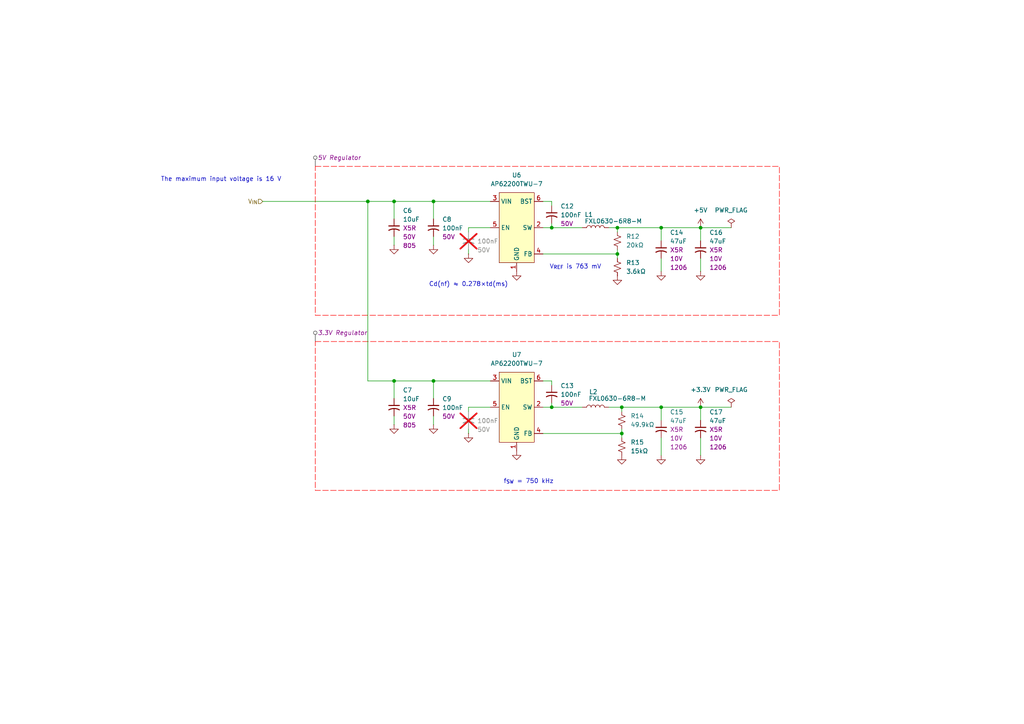
<source format=kicad_sch>
(kicad_sch (version 20250114) (generator "eeschema") (generator_version "9.0")
  (paper "A4")
  (title_block (rev "B"))
  (lib_symbols
    (symbol "!Capacitor-0603:100nF_X7R_50V" (pin_numbers (hide yes)) (pin_names (offset 0.254) (hide yes))
      (property "Reference" "C" (at 2.032 1.778 0))
      (property "Value" "100nF" (at 2.032 0 0))
      (property "Voltage" "50V" (at 2.032 -1.778 0))
      (symbol "100nF_X7R_50V_0_1"
        (polyline (pts (xy -1.524 0.508) (xy 1.524 0.508)) (stroke (width 0.3048)))
        (arc (start -1.524 -0.762) (mid 0 -0.3734) (end 1.524 -0.762) (stroke (width 0.3048)))
      )
      (symbol "100nF_X7R_50V_1_1"
        (pin passive line (at 0 2.54 270) (length 2.032) (name "~") (number "1"))
        (pin passive line (at 0 -2.54 90) (length 2.032) (name "~") (number "2"))
      )
    )
    (symbol "!Capacitor-0805:10uF_X5R_50V" (pin_numbers (hide yes)) (pin_names (offset 0.254) (hide yes))
      (property "Reference" "C" (at 2.032 1.778 0))
      (property "Value" "10uF" (at 0.254 -2.032 0))
      (property "Tempco" "X5R" (at 2.032 -1.778 0))
      (property "Voltage" "50V" (at 2.032 0 0))
      (property "Package" "805" (at 2.032 -3.556 0))
      (symbol "10uF_X5R_50V_0_1"
        (polyline (pts (xy -1.524 0.508) (xy 1.524 0.508)) (stroke (width 0.3048)))
        (arc (start -1.524 -0.762) (mid 0 -0.3734) (end 1.524 -0.762) (stroke (width 0.3048)))
      )
      (symbol "10uF_X5R_50V_1_1"
        (pin passive line (at 0 2.54 270) (length 2.032) (name "~") (number "1"))
        (pin passive line (at 0 -2.54 90) (length 2.032) (name "~") (number "2"))
      )
    )
    (symbol "!Capacitor-1206:47uF_X5R_10V" (pin_numbers (hide yes)) (pin_names (offset 0.254) (hide yes))
      (property "Reference" "C" (at 2.032 1.778 0))
      (property "Value" "47uF" (at 0.254 -2.032 0))
      (property "Tempco" "X5R" (at 2.032 -1.778 0))
      (property "Voltage" "10V" (at 2.032 0 0))
      (property "Package" "1206" (at 2.032 -3.556 0))
      (symbol "47uF_X5R_10V_0_1"
        (polyline (pts (xy -1.524 0.508) (xy 1.524 0.508)) (stroke (width 0.3048)))
        (arc (start -1.524 -0.762) (mid 0 -0.3734) (end 1.524 -0.762) (stroke (width 0.3048)))
      )
      (symbol "47uF_X5R_10V_1_1"
        (pin passive line (at 0 2.54 270) (length 2.032) (name "~") (number "1"))
        (pin passive line (at 0 -2.54 90) (length 2.032) (name "~") (number "2"))
      )
    )
    (symbol "!Inductor-Power:FXL0630-6R8-M" (pin_numbers (hide yes)) (pin_names (offset 1.016) (hide yes))
      (property "Reference" "L" (at -1.27 0 90))
      (property "Value" "FXL0630-6R8-M" (at 1.905 0 90))
      (symbol "FXL0630-6R8-M_0_1"
        (arc (start 0 2.54) (mid 0.6323 1.905) (end 0 1.27))
        (arc (start 0 1.27) (mid 0.6323 0.635) (end 0 0))
        (arc (start 0 0) (mid 0.6323 -0.635) (end 0 -1.27))
        (arc (start 0 -1.27) (mid 0.6323 -1.905) (end 0 -2.54))
      )
      (symbol "FXL0630-6R8-M_1_1"
        (pin passive line (at 0 3.81 270) (length 1.27) (name "1") (number "1"))
        (pin passive line (at 0 -3.81 90) (length 1.27) (name "2") (number "2"))
      )
    )
    (symbol "!Power Management:AP62200TWU-7"
      (property "Reference" "U" (at 0 13.462 0))
      (property "Value" "AP62200TWU-7" (at 0 11.176 0))
      (symbol "AP62200TWU-7_0_0"
        (pin power_in line (at -7.62 7.62 0) (length 2.54) (name "VIN") (number "3"))
        (pin input line (at -7.62 0 0) (length 2.54) (name "EN") (number "5"))
        (pin power_in line (at 0 -12.7 90) (length 2.54) (name "GND") (number "1"))
        (pin passive line (at 7.62 7.62 180) (length 2.54) (name "BST") (number "6"))
        (pin passive line (at 7.62 0 180) (length 2.54) (name "SW") (number "2"))
        (pin passive line (at 7.62 -7.62 180) (length 2.54) (name "FB") (number "4"))
      )
      (symbol "AP62200TWU-7_1_1"
        (rectangle (start -5.08 10.16) (end 5.08 -10.16) (fill (type background)))
      )
    )
    (symbol "!Resistor-0603:15kΩ" (pin_numbers (hide yes)) (pin_names (offset 0.254) (hide yes))
      (property "Reference" "R" (at 1.27 1.27 0))
      (property "Value" "15kΩ" (at 1.27 -0.508 0))
      (symbol "15kΩ_1_1"
        (polyline (pts (xy 0 1.524) (xy 1.016 1.143) (xy 0 0.762) (xy -1.016 0.381) (xy 0 0)))
        (polyline (pts (xy 0 0) (xy 1.016 -0.381) (xy 0 -0.762) (xy -1.016 -1.143) (xy 0 -1.524)))
        (pin passive line (at 0 2.54 270) (length 1.016) (name "~") (number "1"))
        (pin passive line (at 0 -2.54 90) (length 1.016) (name "~") (number "2"))
      )
    )
    (symbol "!Resistor-0603:20kΩ" (pin_numbers (hide yes)) (pin_names (offset 0.254) (hide yes))
      (property "Reference" "R" (at 1.27 1.27 0))
      (property "Value" "20kΩ" (at 1.27 -0.508 0))
      (symbol "20kΩ_1_1"
        (polyline (pts (xy 0 1.524) (xy 1.016 1.143) (xy 0 0.762) (xy -1.016 0.381) (xy 0 0)))
        (polyline (pts (xy 0 0) (xy 1.016 -0.381) (xy 0 -0.762) (xy -1.016 -1.143) (xy 0 -1.524)))
        (pin passive line (at 0 2.54 270) (length 1.016) (name "~") (number "1"))
        (pin passive line (at 0 -2.54 90) (length 1.016) (name "~") (number "2"))
      )
    )
    (symbol "!Resistor-0603:3.6kΩ" (pin_numbers (hide yes)) (pin_names (offset 0.254) (hide yes))
      (property "Reference" "R" (at 1.27 1.27 0))
      (property "Value" "3.6kΩ" (at 1.27 -0.508 0))
      (symbol "3.6kΩ_1_1"
        (polyline (pts (xy 0 1.524) (xy 1.016 1.143) (xy 0 0.762) (xy -1.016 0.381) (xy 0 0)))
        (polyline (pts (xy 0 0) (xy 1.016 -0.381) (xy 0 -0.762) (xy -1.016 -1.143) (xy 0 -1.524)))
        (pin passive line (at 0 2.54 270) (length 1.016) (name "~") (number "1"))
        (pin passive line (at 0 -2.54 90) (length 1.016) (name "~") (number "2"))
      )
    )
    (symbol "!Resistor-0603:49.9kΩ" (pin_numbers (hide yes)) (pin_names (offset 0.254) (hide yes))
      (property "Reference" "R" (at 1.27 1.27 0))
      (property "Value" "49.9kΩ" (at 1.27 -0.508 0))
      (symbol "49.9kΩ_1_1"
        (polyline (pts (xy 0 1.524) (xy 1.016 1.143) (xy 0 0.762) (xy -1.016 0.381) (xy 0 0)))
        (polyline (pts (xy 0 0) (xy 1.016 -0.381) (xy 0 -0.762) (xy -1.016 -1.143) (xy 0 -1.524)))
        (pin passive line (at 0 2.54 270) (length 1.016) (name "~") (number "1"))
        (pin passive line (at 0 -2.54 90) (length 1.016) (name "~") (number "2"))
      )
    )
    (symbol "power:+5V" (power) (pin_numbers (hide yes)) (pin_names (offset 0) (hide yes))
      (property "Value" "+5V" (at 0 3.556 0))
      (symbol "+5V_0_1"
        (polyline (pts (xy -0.762 1.27) (xy 0 2.54)))
        (polyline (pts (xy 0 2.54) (xy 0.762 1.27)))
        (polyline (pts (xy 0 0) (xy 0 2.54)))
      )
      (symbol "+5V_1_1"
        (pin power_in line (at 0 0 90) (length 0) (name "~") (number "1"))
      )
    )
    (symbol "power:GND" (power) (pin_numbers (hide yes)) (pin_names (offset 0) (hide yes))
      (property "Value" "GND" (at 0 -3.81 0))
      (symbol "GND_0_1"
        (polyline (pts (xy 0 0) (xy 0 -1.27) (xy 1.27 -1.27) (xy 0 -2.54) (xy -1.27 -1.27) (xy 0 -1.27)))
      )
      (symbol "GND_1_1"
        (pin power_in line (at 0 0 270) (length 0) (name "~") (number "1"))
      )
    )
    (symbol "power:PWR_FLAG" (power) (pin_numbers (hide yes)) (pin_names (offset 0) (hide yes))
      (property "Value" "PWR_FLAG" (at 0 3.81 0))
      (symbol "PWR_FLAG_0_0"
        (pin power_out line (at 0 0 90) (length 0) (name "~") (number "1"))
      )
      (symbol "PWR_FLAG_0_1"
        (polyline (pts (xy 0 0) (xy 0 1.27) (xy -1.016 1.905) (xy 0 2.54) (xy 1.016 1.905) (xy 0 1.27)))
      )
    )
  )
  (text "f_{SW} = 750 kHz" (at 146.05 139.7 0) (effects (font (size 1.27 1.27)) (justify left)))
  (text "V_{REF} is 763 mV" (at 159.385 77.47 0) (effects (font (size 1.27 1.27)) (justify left)))
  (text "Cd(nf) ≈ 0.278×td(ms)" (at 135.89 82.55 0) (effects (font (size 1.27 1.27))))
  (text "The maximum input voltage is 16 V" (at 64.135 52.07 0) (effects (font (size 1.27 1.27))))
  (junction (at 160.02 118.11))
  (junction (at 114.3 110.49))
  (junction (at 160.02 66.04))
  (junction (at 179.07 66.04))
  (junction (at 114.3 58.42))
  (junction (at 191.77 66.04))
  (junction (at 180.34 118.11))
  (junction (at 125.73 110.49))
  (junction (at 180.34 125.73))
  (junction (at 191.77 118.11))
  (junction (at 179.07 73.66))
  (junction (at 203.2 66.04))
  (junction (at 203.2 118.11))
  (junction (at 125.73 58.42))
  (junction (at 106.68 58.42))
  (wire (pts (xy 157.48 110.49) (xy 160.02 110.49)))
  (wire (pts (xy 157.48 58.42) (xy 160.02 58.42)))
  (wire (pts (xy 135.89 124.46) (xy 135.89 125.73)))
  (wire (pts (xy 160.02 66.04) (xy 168.91 66.04)))
  (wire (pts (xy 114.3 68.58) (xy 114.3 71.12)))
  (wire (pts (xy 157.48 118.11) (xy 160.02 118.11)))
  (wire (pts (xy 135.89 66.04) (xy 142.24 66.04)))
  (wire (pts (xy 180.34 124.46) (xy 180.34 125.73)))
  (wire (pts (xy 114.3 58.42) (xy 106.68 58.42)))
  (wire (pts (xy 160.02 58.42) (xy 160.02 59.69)))
  (wire (pts (xy 125.73 68.58) (xy 125.73 71.12)))
  (wire (pts (xy 157.48 66.04) (xy 160.02 66.04)))
  (wire (pts (xy 125.73 110.49) (xy 142.24 110.49)))
  (wire (pts (xy 180.34 125.73) (xy 180.34 127)))
  (wire (pts (xy 114.3 110.49) (xy 106.68 110.49)))
  (wire (pts (xy 203.2 118.11) (xy 191.77 118.11)))
  (wire (pts (xy 114.3 120.65) (xy 114.3 123.19)))
  (wire (pts (xy 114.3 110.49) (xy 114.3 115.57)))
  (wire (pts (xy 125.73 120.65) (xy 125.73 123.19)))
  (wire (pts (xy 191.77 69.85) (xy 191.77 66.04)))
  (wire (pts (xy 179.07 73.66) (xy 179.07 74.93)))
  (wire (pts (xy 160.02 116.84) (xy 160.02 118.11)))
  (wire (pts (xy 125.73 110.49) (xy 114.3 110.49)))
  (wire (pts (xy 191.77 127) (xy 191.77 132.08)))
  (wire (pts (xy 203.2 74.93) (xy 203.2 78.74)))
  (wire (pts (xy 76.2 58.42) (xy 106.68 58.42)))
  (wire (pts (xy 180.34 118.11) (xy 180.34 119.38)))
  (wire (pts (xy 179.07 72.39) (xy 179.07 73.66)))
  (wire (pts (xy 203.2 66.04) (xy 203.2 69.85)))
  (wire (pts (xy 125.73 58.42) (xy 142.24 58.42)))
  (wire (pts (xy 176.53 66.04) (xy 179.07 66.04)))
  (wire (pts (xy 135.89 118.11) (xy 142.24 118.11)))
  (wire (pts (xy 179.07 66.04) (xy 179.07 67.31)))
  (wire (pts (xy 179.07 66.04) (xy 191.77 66.04)))
  (wire (pts (xy 135.89 118.11) (xy 135.89 119.38)))
  (wire (pts (xy 135.89 72.39) (xy 135.89 73.66)))
  (wire (pts (xy 203.2 118.11) (xy 212.09 118.11)))
  (wire (pts (xy 203.2 127) (xy 203.2 132.08)))
  (wire (pts (xy 160.02 110.49) (xy 160.02 111.76)))
  (wire (pts (xy 157.48 125.73) (xy 180.34 125.73)))
  (wire (pts (xy 106.68 58.42) (xy 106.68 110.49)))
  (wire (pts (xy 114.3 58.42) (xy 114.3 63.5)))
  (wire (pts (xy 180.34 118.11) (xy 191.77 118.11)))
  (wire (pts (xy 157.48 73.66) (xy 179.07 73.66)))
  (wire (pts (xy 203.2 118.11) (xy 203.2 121.92)))
  (wire (pts (xy 176.53 118.11) (xy 180.34 118.11)))
  (wire (pts (xy 160.02 64.77) (xy 160.02 66.04)))
  (wire (pts (xy 203.2 66.04) (xy 212.09 66.04)))
  (wire (pts (xy 191.77 121.92) (xy 191.77 118.11)))
  (wire (pts (xy 114.3 58.42) (xy 125.73 58.42)))
  (wire (pts (xy 191.77 74.93) (xy 191.77 78.74)))
  (wire (pts (xy 160.02 118.11) (xy 168.91 118.11)))
  (wire (pts (xy 125.73 58.42) (xy 125.73 63.5)))
  (wire (pts (xy 203.2 66.04) (xy 191.77 66.04)))
  (wire (pts (xy 135.89 67.31) (xy 135.89 66.04)))
  (wire (pts (xy 125.73 110.49) (xy 125.73 115.57)))
  (hierarchical_label "V_{IN}" (shape input) (at 76.2 58.42 180))
  (rule_area (polyline (pts (xy 91.44 99.06) (xy 226.06 99.06) (xy 226.06 142.24) (xy 91.44 142.24)) (stroke (width 0) (type dash))))
  (rule_area (polyline (pts (xy 91.44 48.26) (xy 226.06 48.26) (xy 226.06 91.44) (xy 91.44 91.44)) (stroke (width 0) (type dash))))
  (netclass_flag "" (length 2.54) (shape round) (at 91.44 48.26 0) (property "Component Class" "5V Regulator" (at 92.1385 45.72 0) (effects (font (italic yes)) (justify left))))
  (netclass_flag "" (length 2.54) (shape round) (at 91.44 99.06 0) (property "Component Class" "3.3V Regulator" (at 92.1385 96.52 0) (effects (font (italic yes)) (justify left))))
  (symbol (lib_id "!Capacitor-0603:100nF_X7R_50V") (at 125.73 118.11 0) (unit 1)
    (property "Reference" "C9" (at 128.27 115.6969 0) (effects (justify left)))
    (property "Value" "100nF" (at 128.27 118.2369 0) (effects (justify left)))
    (property "Footprint" "Capacitor_SMD:C_0603_1608Metric" (effects (hide yes)))
    (property "Datasheet" "https://www.lcsc.com/datasheet/lcsc_datasheet_2211101700_YAGEO-CC0603KRX7R9BB104_C14663.pdf" (effects (hide yes)))
    (property "Description" "100nF 50V X7R ±10%" (effects (hide yes)))
    (property "Tempco" "X7R" (effects (hide yes)))
    (property "Voltage" "50V" (at 128.27 120.7769 0) (effects (justify left)))
    (property "Package" "603" (effects (hide yes)))
    (property "Tolerance" "±10%" (effects (hide yes)))
    (property "JLCPCB PN" "C14663" (effects (hide yes)))
  )
  (symbol (lib_id "power:GND") (at 180.34 132.08 0) (unit 1)
    (property "Reference" "#PWR040" (effects (hide yes)))
    (property "Value" "GND" (effects (hide yes)))
    (property "Description" "Power symbol creates a global label with name \"GND\" , ground" (effects (hide yes)))
  )
  (symbol (lib_id "!Capacitor-1206:47uF_X5R_10V") (at 203.2 124.46 0) (unit 1)
    (property "Reference" "C17" (at 205.74 119.5069 0) (effects (justify left)))
    (property "Value" "47uF" (at 205.74 122.0469 0) (effects (justify left)))
    (property "Footprint" "Capacitor_SMD:C_1206_3216Metric" (effects (hide yes)))
    (property "Datasheet" "https://www.lcsc.com/datasheet/lcsc_datasheet_2304140030_Samsung-Electro-Mechanics-CL31A476MPHNNNE_C96123.pdf" (effects (hide yes)))
    (property "Description" "47uF 10V X5R ±20%" (effects (hide yes)))
    (property "Tempco" "X5R" (at 205.74 124.5869 0) (effects (justify left)))
    (property "Voltage" "10V" (at 205.74 127.1269 0) (effects (justify left)))
    (property "Package" "1206" (at 205.74 129.6669 0) (effects (justify left)))
    (property "Tolerance" "±20%" (effects (hide yes)))
    (property "JLCPCB PN" "C96123" (effects (hide yes)))
  )
  (symbol (lib_id "!Capacitor-0603:100nF_X7R_50V") (at 125.73 66.04 0) (unit 1)
    (property "Reference" "C8" (at 128.27 63.6269 0) (effects (justify left)))
    (property "Value" "100nF" (at 128.27 66.1669 0) (effects (justify left)))
    (property "Footprint" "Capacitor_SMD:C_0603_1608Metric" (effects (hide yes)))
    (property "Datasheet" "https://www.lcsc.com/datasheet/lcsc_datasheet_2211101700_YAGEO-CC0603KRX7R9BB104_C14663.pdf" (effects (hide yes)))
    (property "Description" "100nF 50V X7R ±10%" (effects (hide yes)))
    (property "Tempco" "X7R" (effects (hide yes)))
    (property "Voltage" "50V" (at 128.27 68.7069 0) (effects (justify left)))
    (property "Package" "603" (effects (hide yes)))
    (property "Tolerance" "±10%" (effects (hide yes)))
    (property "JLCPCB PN" "C14663" (effects (hide yes)))
  )
  (symbol (lib_id "power:GND") (at 125.73 71.12 0) (unit 1)
    (property "Reference" "#PWR033" (effects (hide yes)))
    (property "Value" "GND" (effects (hide yes)))
    (property "Description" "Power symbol creates a global label with name \"GND\" , ground" (effects (hide yes)))
  )
  (symbol (lib_id "power:GND") (at 114.3 71.12 0) (unit 1)
    (property "Reference" "#PWR031" (effects (hide yes)))
    (property "Value" "GND" (effects (hide yes)))
    (property "Description" "Power symbol creates a global label with name \"GND\" , ground" (effects (hide yes)))
  )
  (symbol (lib_id "power:GND") (at 179.07 80.01 0) (unit 1)
    (property "Reference" "#PWR039" (effects (hide yes)))
    (property "Value" "GND" (effects (hide yes)))
    (property "Description" "Power symbol creates a global label with name \"GND\" , ground" (effects (hide yes)))
  )
  (symbol (lib_id "!Resistor-0603:49.9kΩ") (at 180.34 121.92 0) (unit 1)
    (property "Reference" "R14" (at 182.88 120.6499 0) (effects (justify left)))
    (property "Value" "49.9kΩ" (at 182.88 123.1899 0) (effects (justify left)))
    (property "Footprint" "Resistor_SMD:R_0603_1608Metric" (effects (hide yes)))
    (property "Datasheet" "https://www.lcsc.com/datasheet/lcsc_datasheet_2206010116_UNI-ROYAL-Uniroyal-Elec-0603WAF4992T5E_C23184.pdf" (effects (hide yes)))
    (property "Description" "49.9kΩ 100mW ±1% ±100ppm/℃" (effects (hide yes)))
    (property "Tolerance" "±1%" (effects (hide yes)))
    (property "Package" "603" (effects (hide yes)))
    (property "Power" "100mW" (effects (hide yes)))
    (property "Tempco" "±100ppm/℃" (effects (hide yes)))
    (property "JLCPCB PN" "C23184" (effects (hide yes)))
  )
  (symbol (lib_id "!Inductor-Power:FXL0630-6R8-M") (at 172.72 66.04 90) (unit 1)
    (property "Reference" "L1" (at 169.545 62.23 90) (effects (justify right)))
    (property "Value" "FXL0630-6R8-M" (at 169.545 64.135 90) (effects (justify right)))
    (property "Footprint" "!Inductors:L_Changjiang_FXL0630" (effects (hide yes)))
    (property "Datasheet" "https://jlcpcb.com/api/file/downloadByFileSystemAccessId/8608737232124080128" (effects (hide yes)))
    (property "Description" "48mΩ 5A 6.8uH 5A Molded Inductor ±20% SMD,7x6.6mm Power Inductor" (effects (hide yes)))
    (property "JLCPCB PN" "C167221" (effects (hide yes)))
  )
  (symbol (lib_id "!Capacitor-0603:100nF_X7R_50V") (at 135.89 69.85 0) (unit 1) (dnp yes)
    (property "Reference" "C10" (effects (hide yes)))
    (property "Value" "100nF" (at 138.43 69.9769 0) (effects (justify left)))
    (property "Footprint" "Capacitor_SMD:C_0603_1608Metric" (effects (hide yes)))
    (property "Datasheet" "https://www.lcsc.com/datasheet/lcsc_datasheet_2211101700_YAGEO-CC0603KRX7R9BB104_C14663.pdf" (effects (hide yes)))
    (property "Description" "100nF 50V X7R ±10%" (effects (hide yes)))
    (property "Tempco" "X7R" (effects (hide yes)))
    (property "Voltage" "50V" (at 138.43 72.5169 0) (effects (justify left)))
    (property "Package" "603" (effects (hide yes)))
    (property "Tolerance" "±10%" (effects (hide yes)))
    (property "JLCPCB PN" "C14663" (effects (hide yes)))
  )
  (symbol (lib_id "power:GND") (at 125.73 123.19 0) (unit 1)
    (property "Reference" "#PWR034" (effects (hide yes)))
    (property "Value" "GND" (effects (hide yes)))
    (property "Description" "Power symbol creates a global label with name \"GND\" , ground" (effects (hide yes)))
  )
  (symbol (lib_id "power:GND") (at 149.86 78.74 0) (unit 1)
    (property "Reference" "#PWR037" (effects (hide yes)))
    (property "Value" "GND" (effects (hide yes)))
    (property "Description" "Power symbol creates a global label with name \"GND\" , ground" (effects (hide yes)))
  )
  (symbol (lib_id "!Resistor-0603:20kΩ") (at 179.07 69.85 0) (unit 1)
    (property "Reference" "R12" (at 181.61 68.5799 0) (effects (justify left)))
    (property "Value" "20kΩ" (at 181.61 71.1199 0) (effects (justify left)))
    (property "Footprint" "Resistor_SMD:R_0603_1608Metric" (effects (hide yes)))
    (property "Datasheet" "https://www.lcsc.com/datasheet/lcsc_datasheet_2206010230_UNI-ROYAL-Uniroyal-Elec-0603WAF2002T5E_C4184.pdf" (effects (hide yes)))
    (property "Description" "20kΩ 100mW ±1% ±100ppm/℃" (effects (hide yes)))
    (property "Tolerance" "±1%" (effects (hide yes)))
    (property "Package" "603" (effects (hide yes)))
    (property "Power" "100mW" (effects (hide yes)))
    (property "Tempco" "±100ppm/℃" (effects (hide yes)))
    (property "JLCPCB PN" "C4184" (effects (hide yes)))
  )
  (symbol (lib_id "!Resistor-0603:15kΩ") (at 180.34 129.54 0) (unit 1)
    (property "Reference" "R15" (at 182.88 128.2699 0) (effects (justify left)))
    (property "Value" "15kΩ" (at 182.88 130.8099 0) (effects (justify left)))
    (property "Footprint" "Resistor_SMD:R_0603_1608Metric" (effects (hide yes)))
    (property "Datasheet" "https://www.lcsc.com/datasheet/lcsc_datasheet_2206010130_UNI-ROYAL-Uniroyal-Elec-0603WAF1502T5E_C22809.pdf" (effects (hide yes)))
    (property "Description" "15kΩ 100mW ±1% ±100ppm/℃" (effects (hide yes)))
    (property "Tolerance" "±1%" (effects (hide yes)))
    (property "Package" "603" (effects (hide yes)))
    (property "Power" "100mW" (effects (hide yes)))
    (property "Tempco" "±100ppm/℃" (effects (hide yes)))
    (property "JLCPCB PN" "C22809" (effects (hide yes)))
  )
  (symbol (lib_id "power:GND") (at 135.89 125.73 0) (unit 1)
    (property "Reference" "#PWR036" (effects (hide yes)))
    (property "Value" "GND" (effects (hide yes)))
    (property "Description" "Power symbol creates a global label with name \"GND\" , ground" (effects (hide yes)))
  )
  (symbol (lib_id "!Inductor-Power:FXL0630-6R8-M") (at 172.72 118.11 90) (unit 1)
    (property "Reference" "L2" (at 172.085 113.665 90))
    (property "Value" "FXL0630-6R8-M" (at 179.07 115.57 90))
    (property "Footprint" "!Inductors:L_Changjiang_FXL0630" (effects (hide yes)))
    (property "Datasheet" "https://jlcpcb.com/api/file/downloadByFileSystemAccessId/8608737232124080128" (effects (hide yes)))
    (property "Description" "48mΩ 5A 6.8uH 5A Molded Inductor ±20% SMD,7x6.6mm Power Inductor" (effects (hide yes)))
    (property "JLCPCB PN" "C167221" (effects (hide yes)))
  )
  (symbol (lib_id "power:+5V") (at 203.2 118.11 0) (unit 1)
    (property "Reference" "#PWR045" (effects (hide yes)))
    (property "Value" "+3.3V" (at 203.2 113.03 0))
    (property "Description" "Power symbol creates a global label with name \"+5V\"" (effects (hide yes)))
  )
  (symbol (lib_id "!Capacitor-0603:100nF_X7R_50V") (at 160.02 114.3 0) (unit 1)
    (property "Reference" "C13" (at 162.56 111.8869 0) (effects (justify left)))
    (property "Value" "100nF" (at 162.56 114.4269 0) (effects (justify left)))
    (property "Footprint" "Capacitor_SMD:C_0603_1608Metric" (effects (hide yes)))
    (property "Datasheet" "https://www.lcsc.com/datasheet/lcsc_datasheet_2211101700_YAGEO-CC0603KRX7R9BB104_C14663.pdf" (effects (hide yes)))
    (property "Description" "100nF 50V X7R ±10%" (effects (hide yes)))
    (property "Tempco" "X7R" (effects (hide yes)))
    (property "Voltage" "50V" (at 162.56 116.9669 0) (effects (justify left)))
    (property "Package" "603" (effects (hide yes)))
    (property "Tolerance" "±10%" (effects (hide yes)))
    (property "JLCPCB PN" "C14663" (effects (hide yes)))
  )
  (symbol (lib_id "power:GND") (at 149.86 130.81 0) (unit 1)
    (property "Reference" "#PWR038" (effects (hide yes)))
    (property "Value" "GND" (effects (hide yes)))
    (property "Description" "Power symbol creates a global label with name \"GND\" , ground" (effects (hide yes)))
  )
  (symbol (lib_id "power:GND") (at 203.2 132.08 0) (unit 1)
    (property "Reference" "#PWR046" (effects (hide yes)))
    (property "Value" "GND" (effects (hide yes)))
    (property "Description" "Power symbol creates a global label with name \"GND\" , ground" (effects (hide yes)))
  )
  (symbol (lib_id "!Capacitor-1206:47uF_X5R_10V") (at 203.2 72.39 0) (unit 1)
    (property "Reference" "C16" (at 205.74 67.4369 0) (effects (justify left)))
    (property "Value" "47uF" (at 205.74 69.9769 0) (effects (justify left)))
    (property "Footprint" "Capacitor_SMD:C_1206_3216Metric" (effects (hide yes)))
    (property "Datasheet" "https://www.lcsc.com/datasheet/lcsc_datasheet_2304140030_Samsung-Electro-Mechanics-CL31A476MPHNNNE_C96123.pdf" (effects (hide yes)))
    (property "Description" "47uF 10V X5R ±20%" (effects (hide yes)))
    (property "Tempco" "X5R" (at 205.74 72.5169 0) (effects (justify left)))
    (property "Voltage" "10V" (at 205.74 75.0569 0) (effects (justify left)))
    (property "Package" "1206" (at 205.74 77.5969 0) (effects (justify left)))
    (property "Tolerance" "±20%" (effects (hide yes)))
    (property "JLCPCB PN" "C96123" (effects (hide yes)))
  )
  (symbol (lib_id "!Capacitor-1206:47uF_X5R_10V") (at 191.77 72.39 0) (unit 1)
    (property "Reference" "C14" (at 194.31 67.4369 0) (effects (justify left)))
    (property "Value" "47uF" (at 194.31 69.9769 0) (effects (justify left)))
    (property "Footprint" "Capacitor_SMD:C_1206_3216Metric" (effects (hide yes)))
    (property "Datasheet" "https://www.lcsc.com/datasheet/lcsc_datasheet_2304140030_Samsung-Electro-Mechanics-CL31A476MPHNNNE_C96123.pdf" (effects (hide yes)))
    (property "Description" "47uF 10V X5R ±20%" (effects (hide yes)))
    (property "Tempco" "X5R" (at 194.31 72.5169 0) (effects (justify left)))
    (property "Voltage" "10V" (at 194.31 75.0569 0) (effects (justify left)))
    (property "Package" "1206" (at 194.31 77.5969 0) (effects (justify left)))
    (property "Tolerance" "±20%" (effects (hide yes)))
    (property "JLCPCB PN" "C96123" (effects (hide yes)))
  )
  (symbol (lib_id "!Capacitor-1206:47uF_X5R_10V") (at 191.77 124.46 0) (unit 1)
    (property "Reference" "C15" (at 194.31 119.5069 0) (effects (justify left)))
    (property "Value" "47uF" (at 194.31 122.0469 0) (effects (justify left)))
    (property "Footprint" "Capacitor_SMD:C_1206_3216Metric" (effects (hide yes)))
    (property "Datasheet" "https://www.lcsc.com/datasheet/lcsc_datasheet_2304140030_Samsung-Electro-Mechanics-CL31A476MPHNNNE_C96123.pdf" (effects (hide yes)))
    (property "Description" "47uF 10V X5R ±20%" (effects (hide yes)))
    (property "Tempco" "X5R" (at 194.31 124.5869 0) (effects (justify left)))
    (property "Voltage" "10V" (at 194.31 127.1269 0) (effects (justify left)))
    (property "Package" "1206" (at 194.31 129.6669 0) (effects (justify left)))
    (property "Tolerance" "±20%" (effects (hide yes)))
    (property "JLCPCB PN" "C96123" (effects (hide yes)))
  )
  (symbol (lib_id "power:GND") (at 114.3 123.19 0) (unit 1)
    (property "Reference" "#PWR032" (effects (hide yes)))
    (property "Value" "GND" (effects (hide yes)))
    (property "Description" "Power symbol creates a global label with name \"GND\" , ground" (effects (hide yes)))
  )
  (symbol (lib_id "!Power Management:AP62200TWU-7") (at 149.86 66.04 0) (unit 1)
    (property "Reference" "U6" (at 149.86 50.8 0))
    (property "Value" "AP62200TWU-7" (at 149.86 53.34 0))
    (property "Footprint" "Package_TO_SOT_SMD:SOT-23-6" (effects (hide yes)))
    (property "Datasheet" "https://jlcpcb.com/api/file/downloadByFileSystemAccessId/8560089911954341888" (effects (hide yes)))
    (property "Description" "Buck Switching Regulator IC Positive Adjustable 0.8V 1 Output 2A SOT-23-6 Thin, TSOT-23-6" (effects (hide yes)))
    (property "JLCPCB PN" "C2895288" (effects (hide yes)))
    (property "FT Rotation Offset" "90" (effects (hide yes)))
  )
  (symbol (lib_id "!Capacitor-0603:100nF_X7R_50V") (at 135.89 121.92 0) (unit 1) (dnp yes)
    (property "Reference" "C11" (effects (hide yes)))
    (property "Value" "100nF" (at 138.43 122.0469 0) (effects (justify left)))
    (property "Footprint" "Capacitor_SMD:C_0603_1608Metric" (effects (hide yes)))
    (property "Datasheet" "https://www.lcsc.com/datasheet/lcsc_datasheet_2211101700_YAGEO-CC0603KRX7R9BB104_C14663.pdf" (effects (hide yes)))
    (property "Description" "100nF 50V X7R ±10%" (effects (hide yes)))
    (property "Tempco" "X7R" (effects (hide yes)))
    (property "Voltage" "50V" (at 138.43 124.5869 0) (effects (justify left)))
    (property "Package" "603" (effects (hide yes)))
    (property "Tolerance" "±10%" (effects (hide yes)))
    (property "JLCPCB PN" "C14663" (effects (hide yes)))
  )
  (symbol (lib_id "power:PWR_FLAG") (at 212.09 118.11 0) (unit 1)
    (property "Reference" "#FLG04" (effects (hide yes)))
    (property "Value" "PWR_FLAG" (at 212.09 113.03 0))
    (property "Description" "Special symbol for telling ERC where power comes from" (effects (hide yes)))
  )
  (symbol (lib_id "power:+5V") (at 203.2 66.04 0) (unit 1)
    (property "Reference" "#PWR043" (effects (hide yes)))
    (property "Value" "+5V" (at 203.2 60.96 0))
    (property "Description" "Power symbol creates a global label with name \"+5V\"" (effects (hide yes)))
  )
  (symbol (lib_id "power:GND") (at 191.77 132.08 0) (unit 1)
    (property "Reference" "#PWR042" (effects (hide yes)))
    (property "Value" "GND" (effects (hide yes)))
    (property "Description" "Power symbol creates a global label with name \"GND\" , ground" (effects (hide yes)))
  )
  (symbol (lib_id "!Resistor-0603:3.6kΩ") (at 179.07 77.47 0) (unit 1)
    (property "Reference" "R13" (at 181.61 76.1999 0) (effects (justify left)))
    (property "Value" "3.6kΩ" (at 181.61 78.7399 0) (effects (justify left)))
    (property "Footprint" "Resistor_SMD:R_0603_1608Metric" (effects (hide yes)))
    (property "Datasheet" "https://www.lcsc.com/datasheet/lcsc_datasheet_2206010116_UNI-ROYAL-Uniroyal-Elec-0603WAF3601T5E_C22980.pdf" (effects (hide yes)))
    (property "Description" "3.6kΩ 100mW ±1% ±100ppm/℃" (effects (hide yes)))
    (property "Tolerance" "±1%" (effects (hide yes)))
    (property "Package" "603" (effects (hide yes)))
    (property "Power" "100mW" (effects (hide yes)))
    (property "Tempco" "±100ppm/℃" (effects (hide yes)))
    (property "JLCPCB PN" "C22980" (effects (hide yes)))
  )
  (symbol (lib_id "power:GND") (at 135.89 73.66 0) (unit 1)
    (property "Reference" "#PWR035" (effects (hide yes)))
    (property "Value" "GND" (effects (hide yes)))
    (property "Description" "Power symbol creates a global label with name \"GND\" , ground" (effects (hide yes)))
  )
  (symbol (lib_id "power:PWR_FLAG") (at 212.09 66.04 0) (unit 1)
    (property "Reference" "#FLG03" (effects (hide yes)))
    (property "Value" "PWR_FLAG" (at 212.09 60.96 0))
    (property "Description" "Special symbol for telling ERC where power comes from" (effects (hide yes)))
  )
  (symbol (lib_id "!Power Management:AP62200TWU-7") (at 149.86 118.11 0) (unit 1)
    (property "Reference" "U7" (at 149.86 102.87 0))
    (property "Value" "AP62200TWU-7" (at 149.86 105.41 0))
    (property "Footprint" "Package_TO_SOT_SMD:SOT-23-6" (effects (hide yes)))
    (property "Datasheet" "https://jlcpcb.com/api/file/downloadByFileSystemAccessId/8560089911954341888" (effects (hide yes)))
    (property "Description" "Buck Switching Regulator IC Positive Adjustable 0.8V 1 Output 2A SOT-23-6 Thin, TSOT-23-6" (effects (hide yes)))
    (property "JLCPCB PN" "C2895288" (effects (hide yes)))
    (property "FT Rotation Offset" "90" (effects (hide yes)))
  )
  (symbol (lib_id "!Capacitor-0805:10uF_X5R_50V") (at 114.3 66.04 0) (unit 1)
    (property "Reference" "C6" (at 116.84 61.0869 0) (effects (justify left)))
    (property "Value" "10uF" (at 116.84 63.6269 0) (effects (justify left)))
    (property "Footprint" "Capacitor_SMD:C_0805_2012Metric" (effects (hide yes)))
    (property "Datasheet" "https://www.lcsc.com/datasheet/lcsc_datasheet_2411041759_Murata-Electronics-GRM21BR61H106KE43L_C440198.pdf" (effects (hide yes)))
    (property "Description" "10uF 50V X5R ±10%" (effects (hide yes)))
    (property "Tempco" "X5R" (at 116.84 66.1669 0) (effects (justify left)))
    (property "Voltage" "50V" (at 116.84 68.7069 0) (effects (justify left)))
    (property "Package" "805" (at 116.84 71.2469 0) (effects (justify left)))
    (property "Tolerance" "±10%" (effects (hide yes)))
    (property "JLCPCB PN" "C440198" (effects (hide yes)))
    (property "Unnamed: 4" "nan" (effects (hide yes)))
  )
  (symbol (lib_id "!Capacitor-0603:100nF_X7R_50V") (at 160.02 62.23 0) (unit 1)
    (property "Reference" "C12" (at 162.56 59.8169 0) (effects (justify left)))
    (property "Value" "100nF" (at 162.56 62.3569 0) (effects (justify left)))
    (property "Footprint" "Capacitor_SMD:C_0603_1608Metric" (effects (hide yes)))
    (property "Datasheet" "https://www.lcsc.com/datasheet/lcsc_datasheet_2211101700_YAGEO-CC0603KRX7R9BB104_C14663.pdf" (effects (hide yes)))
    (property "Description" "100nF 50V X7R ±10%" (effects (hide yes)))
    (property "Tempco" "X7R" (effects (hide yes)))
    (property "Voltage" "50V" (at 162.56 64.8969 0) (effects (justify left)))
    (property "Package" "603" (effects (hide yes)))
    (property "Tolerance" "±10%" (effects (hide yes)))
    (property "JLCPCB PN" "C14663" (effects (hide yes)))
  )
  (symbol (lib_id "!Capacitor-0805:10uF_X5R_50V") (at 114.3 118.11 0) (unit 1)
    (property "Reference" "C7" (at 116.84 113.1569 0) (effects (justify left)))
    (property "Value" "10uF" (at 116.84 115.6969 0) (effects (justify left)))
    (property "Footprint" "Capacitor_SMD:C_0805_2012Metric" (effects (hide yes)))
    (property "Datasheet" "https://www.lcsc.com/datasheet/lcsc_datasheet_2411041759_Murata-Electronics-GRM21BR61H106KE43L_C440198.pdf" (effects (hide yes)))
    (property "Description" "10uF 50V X5R ±10%" (effects (hide yes)))
    (property "Tempco" "X5R" (at 116.84 118.2369 0) (effects (justify left)))
    (property "Voltage" "50V" (at 116.84 120.7769 0) (effects (justify left)))
    (property "Package" "805" (at 116.84 123.3169 0) (effects (justify left)))
    (property "Tolerance" "±10%" (effects (hide yes)))
    (property "JLCPCB PN" "C440198" (effects (hide yes)))
    (property "Unnamed: 4" "nan" (effects (hide yes)))
  )
  (symbol (lib_id "power:GND") (at 191.77 78.74 0) (unit 1)
    (property "Reference" "#PWR041" (effects (hide yes)))
    (property "Value" "GND" (effects (hide yes)))
    (property "Description" "Power symbol creates a global label with name \"GND\" , ground" (effects (hide yes)))
  )
  (symbol (lib_id "power:GND") (at 203.2 78.74 0) (unit 1)
    (property "Reference" "#PWR044" (effects (hide yes)))
    (property "Value" "GND" (effects (hide yes)))
    (property "Description" "Power symbol creates a global label with name \"GND\" , ground" (effects (hide yes)))
  )
)
</source>
